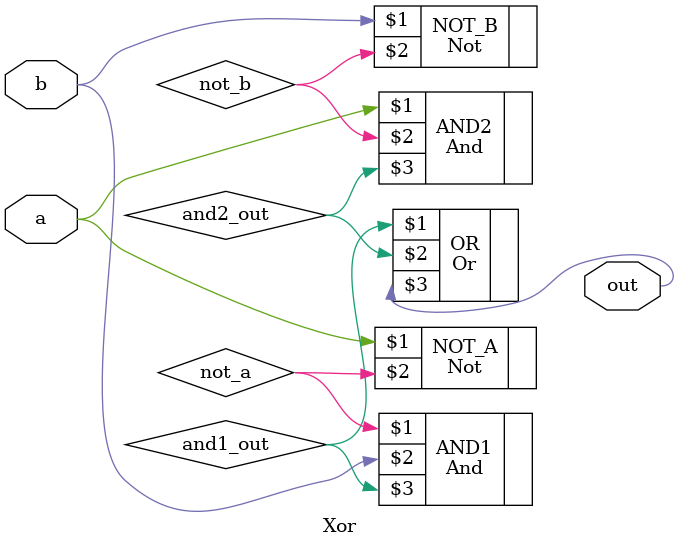
<source format=v>
module Xor(input a,b,output out);
    wire not_a,not_b;
    wire and1_out,and2_out;  
    Not NOT_A(a,not_a);
    Not NOT_B(b,not_b);

    And AND1(not_a,b,and1_out);
    And AND2(a,not_b,and2_out);

    Or OR(and1_out,and2_out,out);

endmodule

</source>
